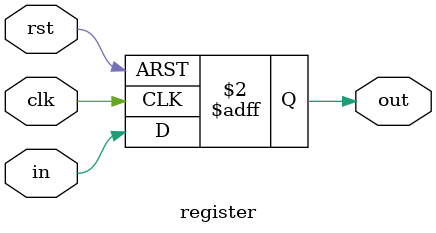
<source format=sv>
module adderFlowBCD(
    input   logic           clk, rst    ,
    input   logic           start, done ,
    input   logic [3:0]     a, b        ,
    output  logic [3:0]     sum         ,
    output  logic           overflow
);
    logic ci, co;

    adderBCD    adder (.cin(co), .o(ci), .*);
    register    register (.in(ci), .out(co), .*);

    assign overflow = co;

endmodule: adderFlowBCD

module adderBCD(
    input   logic [3:0]     a, b        ,
    input   logic           cin         ,
    output  logic [3:0]     sum         ,
    output  logic           o
);
    logic [4:0] temp;
    assign temp = a + b + cin;
    
    assign sum = temp > 5'd9 ? temp + 5'd6 : temp;
    assign o = temp[4];

endmodule: adderBCD

module register(
    input   logic   clk, rst    ,
    input   logic   in          ,
    output  logic   out 
);
    always_ff @(posedge clk, posedge rst)
        if (rst)    out <= '0;
        else        out <= in;

endmodule: register
</source>
